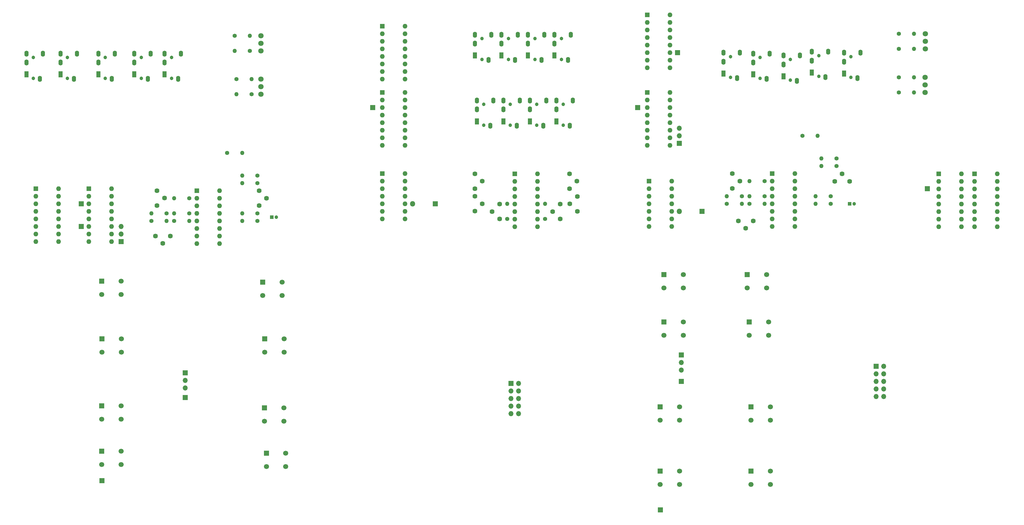
<source format=gbr>
%TF.GenerationSoftware,KiCad,Pcbnew,(6.0.5)*%
%TF.CreationDate,2023-04-26T04:57:18-04:00*%
%TF.ProjectId,as3340,61733333-3430-42e6-9b69-6361645f7063,rev?*%
%TF.SameCoordinates,Original*%
%TF.FileFunction,Soldermask,Bot*%
%TF.FilePolarity,Negative*%
%FSLAX46Y46*%
G04 Gerber Fmt 4.6, Leading zero omitted, Abs format (unit mm)*
G04 Created by KiCad (PCBNEW (6.0.5)) date 2023-04-26 04:57:18*
%MOMM*%
%LPD*%
G01*
G04 APERTURE LIST*
%ADD10C,1.400000*%
%ADD11O,1.400000X1.400000*%
%ADD12R,1.700000X1.700000*%
%ADD13R,1.800000X1.800000*%
%ADD14O,1.800000X1.800000*%
%ADD15C,1.200000*%
%ADD16O,1.400000X2.000000*%
%ADD17R,1.400000X2.000000*%
%ADD18C,1.620000*%
%ADD19C,1.700000*%
%ADD20R,1.200000X1.200000*%
%ADD21C,1.800000*%
%ADD22R,1.600000X1.600000*%
%ADD23O,1.600000X1.600000*%
%ADD24O,1.700000X1.700000*%
G04 APERTURE END LIST*
D10*
%TO.C,R106*%
X91440000Y-93980000D03*
D11*
X96520000Y-93980000D03*
%TD*%
D10*
%TO.C,R105*%
X284480000Y-88265000D03*
D11*
X289560000Y-88265000D03*
%TD*%
D12*
%TO.C,J30*%
X77395000Y-176185000D03*
%TD*%
D13*
%TO.C,D1*%
X250835000Y-113660000D03*
D14*
X243215000Y-113660000D03*
%TD*%
D15*
%TO.C,J3*%
X270277500Y-68915000D03*
D16*
X273477500Y-60615000D03*
D15*
X270277500Y-61915000D03*
D16*
X267977500Y-63615000D03*
X267977500Y-60615000D03*
X272477500Y-69115000D03*
D17*
X267977500Y-67615000D03*
%TD*%
D10*
%TO.C,R21*%
X94615000Y-69215000D03*
D11*
X99695000Y-69215000D03*
%TD*%
D18*
%TO.C,SineLevelTrim1*%
X206320000Y-101005000D03*
X208820000Y-103505000D03*
X206320000Y-106005000D03*
%TD*%
D12*
%TO.C,J31*%
X242570000Y-60325000D03*
%TD*%
%TO.C,SW3*%
X49380000Y-179015000D03*
D19*
X55880000Y-179015000D03*
X55880000Y-183515000D03*
X49380000Y-183515000D03*
%TD*%
D20*
%TO.C,C7*%
X106450000Y-115570000D03*
D15*
X107950000Y-115570000D03*
%TD*%
D10*
%TO.C,R47*%
X73660000Y-116840000D03*
D11*
X78740000Y-116840000D03*
%TD*%
D12*
%TO.C,J24*%
X140335000Y-78740000D03*
%TD*%
D15*
%TO.C,J12*%
X37867500Y-68915000D03*
X37867500Y-61915000D03*
D16*
X41067500Y-60615000D03*
X35567500Y-63615000D03*
X35567500Y-60615000D03*
X40067500Y-69115000D03*
D17*
X35567500Y-67615000D03*
%TD*%
D18*
%TO.C,RV10*%
X67945000Y-106680000D03*
X70445000Y-109180000D03*
X67945000Y-111680000D03*
%TD*%
D19*
%TO.C,SW6*%
X110565000Y-156500000D03*
D12*
X104065000Y-156500000D03*
D19*
X110565000Y-161000000D03*
X104065000Y-161000000D03*
%TD*%
D18*
%TO.C,SineShapeTrim1*%
X203200000Y-116205000D03*
X200700000Y-113705000D03*
X203200000Y-111205000D03*
%TD*%
D21*
%TO.C,RV3*%
X325755000Y-59055000D03*
X325755000Y-56515000D03*
X325755000Y-53975000D03*
%TD*%
%TO.C,RV5*%
X102780000Y-74280000D03*
X102780000Y-71740000D03*
X102780000Y-69200000D03*
%TD*%
D22*
%TO.C,U12*%
X143510000Y-51435000D03*
D23*
X143510000Y-53975000D03*
X143510000Y-56515000D03*
X143510000Y-59055000D03*
X143510000Y-61595000D03*
X143510000Y-64135000D03*
X143510000Y-66675000D03*
X143510000Y-69215000D03*
X151130000Y-69215000D03*
X151130000Y-66675000D03*
X151130000Y-64135000D03*
X151130000Y-61595000D03*
X151130000Y-59055000D03*
X151130000Y-56515000D03*
X151130000Y-53975000D03*
X151130000Y-51435000D03*
%TD*%
D12*
%TO.C,J26*%
X236855000Y-213995000D03*
%TD*%
D18*
%TO.C,SineBiasTrim1*%
X208970000Y-113625000D03*
X206470000Y-111125000D03*
X208970000Y-108625000D03*
%TD*%
D10*
%TO.C,R14*%
X316865000Y-53975000D03*
D11*
X321945000Y-53975000D03*
%TD*%
D10*
%TO.C,R19*%
X295910000Y-98425000D03*
D11*
X290830000Y-98425000D03*
%TD*%
D22*
%TO.C,U3*%
X233055000Y-103500000D03*
D23*
X233055000Y-106040000D03*
X233055000Y-108580000D03*
X233055000Y-111120000D03*
X233055000Y-113660000D03*
X233055000Y-116200000D03*
X233055000Y-118740000D03*
X240675000Y-118740000D03*
X240675000Y-116200000D03*
X240675000Y-113660000D03*
X240675000Y-111120000D03*
X240675000Y-108580000D03*
X240675000Y-106040000D03*
X240675000Y-103500000D03*
%TD*%
D12*
%TO.C,J23*%
X229235000Y-78740000D03*
%TD*%
D10*
%TO.C,R42*%
X266710000Y-111125000D03*
D11*
X271790000Y-111125000D03*
%TD*%
D10*
%TO.C,R16*%
X316865000Y-59055000D03*
D11*
X321945000Y-59055000D03*
%TD*%
D19*
%TO.C,SW10*%
X244550000Y-150785000D03*
D12*
X238050000Y-150785000D03*
D19*
X244550000Y-155285000D03*
X238050000Y-155285000D03*
%TD*%
D10*
%TO.C,R13*%
X271780000Y-108585000D03*
D11*
X266700000Y-108585000D03*
%TD*%
D10*
%TO.C,R29*%
X99060000Y-59690000D03*
D11*
X93980000Y-59690000D03*
%TD*%
D12*
%TO.C,J6*%
X42545000Y-111125000D03*
%TD*%
D16*
%TO.C,J13*%
X29637500Y-60615000D03*
D15*
X26437500Y-68915000D03*
X26437500Y-61915000D03*
D16*
X24137500Y-63615000D03*
X24137500Y-60615000D03*
X28637500Y-69115000D03*
D17*
X24137500Y-67615000D03*
%TD*%
D19*
%TO.C,SW13*%
X272490000Y-134910000D03*
D12*
X265990000Y-134910000D03*
D19*
X272490000Y-139410000D03*
X265990000Y-139410000D03*
%TD*%
%TO.C,SW14*%
X273125000Y-150785000D03*
D12*
X266625000Y-150785000D03*
D19*
X273125000Y-155285000D03*
X266625000Y-155285000D03*
%TD*%
D18*
%TO.C,RV7*%
X72390000Y-121920000D03*
X69890000Y-124420000D03*
X67390000Y-121920000D03*
%TD*%
D21*
%TO.C,RV4*%
X325665000Y-73645000D03*
X325665000Y-71105000D03*
X325665000Y-68565000D03*
%TD*%
D22*
%TO.C,U8*%
X45085000Y-106045000D03*
D23*
X45085000Y-108585000D03*
X45085000Y-111125000D03*
X45085000Y-113665000D03*
X45085000Y-116205000D03*
X45085000Y-118745000D03*
X45085000Y-121285000D03*
X45085000Y-123825000D03*
X52705000Y-123825000D03*
X52705000Y-121285000D03*
X52705000Y-118745000D03*
X52705000Y-116205000D03*
X52705000Y-113665000D03*
X52705000Y-111125000D03*
X52705000Y-108585000D03*
X52705000Y-106045000D03*
%TD*%
D15*
%TO.C,J4*%
X289962500Y-61280000D03*
D16*
X293162500Y-59980000D03*
D15*
X289962500Y-68280000D03*
D16*
X287662500Y-62980000D03*
X287662500Y-59980000D03*
X292162500Y-68480000D03*
D17*
X287662500Y-66980000D03*
%TD*%
D22*
%TO.C,U13*%
X232410000Y-47625000D03*
D23*
X232410000Y-50165000D03*
X232410000Y-52705000D03*
X232410000Y-55245000D03*
X232410000Y-57785000D03*
X232410000Y-60325000D03*
X232410000Y-62865000D03*
X232410000Y-65405000D03*
X240030000Y-65405000D03*
X240030000Y-62865000D03*
X240030000Y-60325000D03*
X240030000Y-57785000D03*
X240030000Y-55245000D03*
X240030000Y-52705000D03*
X240030000Y-50165000D03*
X240030000Y-47625000D03*
%TD*%
D10*
%TO.C,R2*%
X294005000Y-108585000D03*
D11*
X288925000Y-108585000D03*
%TD*%
D18*
%TO.C,RV2*%
X267970000Y-116840000D03*
X265470000Y-119340000D03*
X262970000Y-116840000D03*
%TD*%
D12*
%TO.C,J2*%
X326390000Y-106045000D03*
%TD*%
D21*
%TO.C,RV6*%
X102780000Y-59675000D03*
X102780000Y-57135000D03*
X102780000Y-54595000D03*
%TD*%
D15*
%TO.C,J14*%
X50567500Y-61915000D03*
D16*
X53767500Y-60615000D03*
D15*
X50567500Y-68915000D03*
D16*
X48267500Y-63615000D03*
X48267500Y-60615000D03*
X52767500Y-69115000D03*
D17*
X48267500Y-67615000D03*
%TD*%
D10*
%TO.C,R1*%
X294005000Y-111125000D03*
D11*
X288925000Y-111125000D03*
%TD*%
D10*
%TO.C,R4*%
X271790000Y-103505000D03*
D11*
X266710000Y-103505000D03*
%TD*%
D12*
%TO.C,SW11*%
X236780000Y-179360000D03*
D19*
X243280000Y-179360000D03*
X243280000Y-183860000D03*
X236780000Y-183860000D03*
%TD*%
D10*
%TO.C,R31*%
X101600000Y-104140000D03*
D11*
X96520000Y-104140000D03*
%TD*%
D22*
%TO.C,U6*%
X27305000Y-106045000D03*
D23*
X27305000Y-108585000D03*
X27305000Y-111125000D03*
X27305000Y-113665000D03*
X27305000Y-116205000D03*
X27305000Y-118745000D03*
X27305000Y-121285000D03*
X27305000Y-123825000D03*
X34925000Y-123825000D03*
X34925000Y-121285000D03*
X34925000Y-118745000D03*
X34925000Y-116205000D03*
X34925000Y-113665000D03*
X34925000Y-111125000D03*
X34925000Y-108585000D03*
X34925000Y-106045000D03*
%TD*%
D12*
%TO.C,J29*%
X77395000Y-167945000D03*
D24*
X77395000Y-170485000D03*
X77395000Y-173025000D03*
%TD*%
D10*
%TO.C,R49*%
X259080000Y-111125000D03*
D11*
X264160000Y-111125000D03*
%TD*%
D15*
%TO.C,J10*%
X195340000Y-84675000D03*
D16*
X198540000Y-76375000D03*
D15*
X195340000Y-77675000D03*
D16*
X193040000Y-79375000D03*
X193040000Y-76375000D03*
X197540000Y-84875000D03*
D17*
X193040000Y-83375000D03*
%TD*%
D15*
%TO.C,J20*%
X194712500Y-55565000D03*
X194712500Y-62565000D03*
D16*
X197912500Y-54265000D03*
X192412500Y-57265000D03*
X192412500Y-54265000D03*
X196912500Y-62765000D03*
D17*
X192412500Y-61265000D03*
%TD*%
D22*
%TO.C,U7*%
X330210000Y-100980000D03*
D23*
X330210000Y-103520000D03*
X330210000Y-106060000D03*
X330210000Y-108600000D03*
X330210000Y-111140000D03*
X330210000Y-113680000D03*
X330210000Y-116220000D03*
X330210000Y-118760000D03*
X337830000Y-118760000D03*
X337830000Y-116220000D03*
X337830000Y-113680000D03*
X337830000Y-111140000D03*
X337830000Y-108600000D03*
X337830000Y-106060000D03*
X337830000Y-103520000D03*
X337830000Y-100980000D03*
%TD*%
D19*
%TO.C,SW1*%
X55880000Y-137105000D03*
D12*
X49380000Y-137105000D03*
D19*
X49380000Y-141605000D03*
X55880000Y-141605000D03*
%TD*%
D22*
%TO.C,U1*%
X274330000Y-100965000D03*
D23*
X274330000Y-103505000D03*
X274330000Y-106045000D03*
X274330000Y-108585000D03*
X274330000Y-111125000D03*
X274330000Y-113665000D03*
X274330000Y-116205000D03*
X274330000Y-118745000D03*
X281950000Y-118745000D03*
X281950000Y-116205000D03*
X281950000Y-113665000D03*
X281950000Y-111125000D03*
X281950000Y-108585000D03*
X281950000Y-106045000D03*
X281950000Y-103505000D03*
X281950000Y-100965000D03*
%TD*%
D22*
%TO.C,U10*%
X232420000Y-73675000D03*
D23*
X232420000Y-76215000D03*
X232420000Y-78755000D03*
X232420000Y-81295000D03*
X232420000Y-83835000D03*
X232420000Y-86375000D03*
X232420000Y-88915000D03*
X232420000Y-91455000D03*
X240040000Y-91455000D03*
X240040000Y-88915000D03*
X240040000Y-86375000D03*
X240040000Y-83835000D03*
X240040000Y-81295000D03*
X240040000Y-78755000D03*
X240040000Y-76215000D03*
X240040000Y-73675000D03*
%TD*%
D20*
%TO.C,C1*%
X300355000Y-111125000D03*
D15*
X301855000Y-111125000D03*
%TD*%
%TO.C,J15*%
X72792500Y-68915000D03*
D16*
X75992500Y-60615000D03*
D15*
X72792500Y-61915000D03*
D16*
X70492500Y-63615000D03*
X70492500Y-60615000D03*
X74992500Y-69115000D03*
D17*
X70492500Y-67615000D03*
%TD*%
D12*
%TO.C,J27*%
X55880000Y-123810000D03*
D24*
X55880000Y-121270000D03*
X55880000Y-118730000D03*
%TD*%
D18*
%TO.C,RV1*%
X260985000Y-100965000D03*
X263485000Y-103465000D03*
X260985000Y-105965000D03*
%TD*%
D15*
%TO.C,J7*%
X260325000Y-61625000D03*
D16*
X263525000Y-60325000D03*
D15*
X260325000Y-68625000D03*
D16*
X258025000Y-63325000D03*
X258025000Y-60325000D03*
X262525000Y-68825000D03*
D17*
X258025000Y-67325000D03*
%TD*%
D18*
%TO.C,SineLevelTrim2*%
X174570000Y-101005000D03*
X177070000Y-103505000D03*
X174570000Y-106005000D03*
%TD*%
D16*
%TO.C,J1*%
X303950000Y-60310000D03*
D15*
X300750000Y-68610000D03*
X300750000Y-61610000D03*
D16*
X298450000Y-63310000D03*
X298450000Y-60310000D03*
X302950000Y-68810000D03*
D17*
X298450000Y-67310000D03*
%TD*%
D12*
%TO.C,J32*%
X243205000Y-90790000D03*
D24*
X243205000Y-88250000D03*
X243205000Y-85710000D03*
%TD*%
D12*
%TO.C,SW8*%
X104625000Y-194890000D03*
D19*
X111125000Y-194890000D03*
X111125000Y-199390000D03*
X104625000Y-199390000D03*
%TD*%
D12*
%TO.C,J22*%
X186690000Y-171450000D03*
D24*
X189230000Y-171450000D03*
X186690000Y-173990000D03*
X189230000Y-173990000D03*
X186690000Y-176530000D03*
X189230000Y-176530000D03*
X186690000Y-179070000D03*
X189230000Y-179070000D03*
X186690000Y-181610000D03*
X189230000Y-181610000D03*
%TD*%
D19*
%TO.C,SW12*%
X243280000Y-200950000D03*
D12*
X236780000Y-200950000D03*
D19*
X236780000Y-205450000D03*
X243280000Y-205450000D03*
%TD*%
D10*
%TO.C,R60*%
X71120000Y-114300000D03*
D11*
X66040000Y-114300000D03*
%TD*%
D12*
%TO.C,SW7*%
X103990000Y-179650000D03*
D19*
X110490000Y-179650000D03*
X103990000Y-184150000D03*
X110490000Y-184150000D03*
%TD*%
D10*
%TO.C,R25*%
X99695000Y-74295000D03*
D11*
X94615000Y-74295000D03*
%TD*%
D10*
%TO.C,R46*%
X78740000Y-109220000D03*
D11*
X73660000Y-109220000D03*
%TD*%
D22*
%TO.C,U2*%
X81290000Y-106695000D03*
D23*
X81290000Y-109235000D03*
X81290000Y-111775000D03*
X81290000Y-114315000D03*
X81290000Y-116855000D03*
X81290000Y-119395000D03*
X81290000Y-121935000D03*
X81290000Y-124475000D03*
X88910000Y-124475000D03*
X88910000Y-121935000D03*
X88910000Y-119395000D03*
X88910000Y-116855000D03*
X88910000Y-114315000D03*
X88910000Y-111775000D03*
X88910000Y-109235000D03*
X88910000Y-106695000D03*
%TD*%
D15*
%TO.C,J9*%
X186450000Y-84675000D03*
D16*
X189650000Y-76375000D03*
D15*
X186450000Y-77675000D03*
D16*
X184150000Y-79375000D03*
X184150000Y-76375000D03*
X188650000Y-84875000D03*
D17*
X184150000Y-83375000D03*
%TD*%
D10*
%TO.C,R30*%
X101600000Y-101600000D03*
D11*
X96520000Y-101600000D03*
%TD*%
D15*
%TO.C,J17*%
X204230000Y-84675000D03*
D16*
X207430000Y-76375000D03*
D15*
X204230000Y-77675000D03*
D16*
X201930000Y-79375000D03*
X201930000Y-76375000D03*
X206430000Y-84875000D03*
D17*
X201930000Y-83375000D03*
%TD*%
D10*
%TO.C,R26*%
X101600000Y-114300000D03*
D11*
X96520000Y-114300000D03*
%TD*%
D18*
%TO.C,RV8*%
X295315000Y-103560000D03*
X297815000Y-101060000D03*
X300315000Y-103560000D03*
%TD*%
D22*
%TO.C,U11*%
X143510000Y-73660000D03*
D23*
X143510000Y-76200000D03*
X143510000Y-78740000D03*
X143510000Y-81280000D03*
X143510000Y-83820000D03*
X143510000Y-86360000D03*
X143510000Y-88900000D03*
X143510000Y-91440000D03*
X151130000Y-91440000D03*
X151130000Y-88900000D03*
X151130000Y-86360000D03*
X151130000Y-83820000D03*
X151130000Y-81280000D03*
X151130000Y-78740000D03*
X151130000Y-76200000D03*
X151130000Y-73660000D03*
%TD*%
D15*
%TO.C,J16*%
X62632500Y-61915000D03*
X62632500Y-68915000D03*
D16*
X65832500Y-60615000D03*
X60332500Y-63615000D03*
X60332500Y-60615000D03*
X64832500Y-69115000D03*
D17*
X60332500Y-67615000D03*
%TD*%
D15*
%TO.C,J19*%
X185822500Y-55565000D03*
D16*
X189022500Y-54265000D03*
D15*
X185822500Y-62565000D03*
D16*
X183522500Y-57265000D03*
X183522500Y-54265000D03*
X188022500Y-62765000D03*
D17*
X183522500Y-61265000D03*
%TD*%
D12*
%TO.C,J33*%
X243840000Y-161925000D03*
D24*
X243840000Y-164465000D03*
X243840000Y-167005000D03*
%TD*%
D12*
%TO.C,SW9*%
X238050000Y-134910000D03*
D19*
X244550000Y-134910000D03*
X238050000Y-139410000D03*
X244550000Y-139410000D03*
%TD*%
%TO.C,SW15*%
X273760000Y-179360000D03*
D12*
X267260000Y-179360000D03*
D19*
X267260000Y-183860000D03*
X273760000Y-183860000D03*
%TD*%
D10*
%TO.C,R44*%
X185420000Y-116205000D03*
D11*
X185420000Y-111125000D03*
%TD*%
D12*
%TO.C,J25*%
X49455000Y-204125000D03*
%TD*%
D19*
%TO.C,SW5*%
X109930000Y-137450000D03*
D12*
X103430000Y-137450000D03*
D19*
X103430000Y-141950000D03*
X109930000Y-141950000D03*
%TD*%
D10*
%TO.C,R18*%
X295910000Y-95885000D03*
D11*
X290830000Y-95885000D03*
%TD*%
D22*
%TO.C,U5*%
X342275000Y-100980000D03*
D23*
X342275000Y-103520000D03*
X342275000Y-106060000D03*
X342275000Y-108600000D03*
X342275000Y-111140000D03*
X342275000Y-113680000D03*
X342275000Y-116220000D03*
X342275000Y-118760000D03*
X349895000Y-118760000D03*
X349895000Y-116220000D03*
X349895000Y-113680000D03*
X349895000Y-111140000D03*
X349895000Y-108600000D03*
X349895000Y-106060000D03*
X349895000Y-103520000D03*
X349895000Y-100980000D03*
%TD*%
D12*
%TO.C,SW4*%
X49380000Y-194255000D03*
D19*
X55880000Y-194255000D03*
X49380000Y-198755000D03*
X55880000Y-198755000D03*
%TD*%
%TO.C,SW16*%
X273760000Y-200950000D03*
D12*
X267260000Y-200950000D03*
D19*
X267260000Y-205450000D03*
X273760000Y-205450000D03*
%TD*%
%TO.C,SW2*%
X55955000Y-156500000D03*
D12*
X49455000Y-156500000D03*
D19*
X49455000Y-161000000D03*
X55955000Y-161000000D03*
%TD*%
D10*
%TO.C,R58*%
X78740000Y-114300000D03*
D11*
X73660000Y-114300000D03*
%TD*%
D15*
%TO.C,J8*%
X177560000Y-84675000D03*
X177560000Y-77675000D03*
D16*
X180760000Y-76375000D03*
X175260000Y-79375000D03*
X175260000Y-76375000D03*
X179760000Y-84875000D03*
D17*
X175260000Y-83375000D03*
%TD*%
D13*
%TO.C,D2*%
X161290000Y-111125000D03*
D14*
X153670000Y-111125000D03*
%TD*%
D10*
%TO.C,R41*%
X198120000Y-116205000D03*
D11*
X198120000Y-111125000D03*
%TD*%
D12*
%TO.C,J28*%
X42545000Y-118745000D03*
%TD*%
D10*
%TO.C,R27*%
X101600000Y-116840000D03*
D11*
X96520000Y-116840000D03*
%TD*%
D10*
%TO.C,R59*%
X264160000Y-108585000D03*
D11*
X259080000Y-108585000D03*
%TD*%
D18*
%TO.C,SineShapeTrim2*%
X182880000Y-116205000D03*
X180380000Y-113705000D03*
X182880000Y-111205000D03*
%TD*%
%TO.C,SineBiasTrim2*%
X174570000Y-108585000D03*
X177070000Y-111085000D03*
X174570000Y-113585000D03*
%TD*%
D10*
%TO.C,R17*%
X316865000Y-73660000D03*
D11*
X321945000Y-73660000D03*
%TD*%
D16*
%TO.C,J21*%
X206802500Y-54265000D03*
D15*
X203602500Y-55565000D03*
X203602500Y-62565000D03*
D16*
X201302500Y-57265000D03*
X201302500Y-54265000D03*
X205802500Y-62765000D03*
D17*
X201302500Y-61265000D03*
%TD*%
D16*
%TO.C,J18*%
X180132500Y-54265000D03*
D15*
X176932500Y-55565000D03*
X176932500Y-62565000D03*
D16*
X174632500Y-57265000D03*
X174632500Y-54265000D03*
X179132500Y-62765000D03*
D17*
X174632500Y-61265000D03*
%TD*%
D10*
%TO.C,R24*%
X93980000Y-54610000D03*
D11*
X99060000Y-54610000D03*
%TD*%
D18*
%TO.C,RV9*%
X102180000Y-106720000D03*
X104680000Y-109220000D03*
X102180000Y-111720000D03*
%TD*%
D10*
%TO.C,R15*%
X316865000Y-68580000D03*
D11*
X321945000Y-68580000D03*
%TD*%
D22*
%TO.C,U4*%
X143520000Y-100960000D03*
D23*
X143520000Y-103500000D03*
X143520000Y-106040000D03*
X143520000Y-108580000D03*
X143520000Y-111120000D03*
X143520000Y-113660000D03*
X143520000Y-116200000D03*
X151140000Y-116200000D03*
X151140000Y-113660000D03*
X151140000Y-111120000D03*
X151140000Y-108580000D03*
X151140000Y-106040000D03*
X151140000Y-103500000D03*
X151140000Y-100960000D03*
%TD*%
D12*
%TO.C,J11*%
X309245000Y-165735000D03*
D24*
X311785000Y-165735000D03*
X309245000Y-168275000D03*
X311785000Y-168275000D03*
X309245000Y-170815000D03*
X311785000Y-170815000D03*
X309245000Y-173355000D03*
X311785000Y-173355000D03*
X309245000Y-175895000D03*
X311785000Y-175895000D03*
%TD*%
D22*
%TO.C,U0*%
X187970000Y-100980000D03*
D23*
X187970000Y-103520000D03*
X187970000Y-106060000D03*
X187970000Y-108600000D03*
X187970000Y-111140000D03*
X187970000Y-113680000D03*
X187970000Y-116220000D03*
X187970000Y-118760000D03*
X195590000Y-118760000D03*
X195590000Y-116220000D03*
X195590000Y-113680000D03*
X195590000Y-111140000D03*
X195590000Y-108600000D03*
X195590000Y-106060000D03*
X195590000Y-103520000D03*
X195590000Y-100980000D03*
%TD*%
D10*
%TO.C,R50*%
X66040000Y-116840000D03*
D11*
X71120000Y-116840000D03*
%TD*%
D12*
%TO.C,J34*%
X243840000Y-170815000D03*
%TD*%
D15*
%TO.C,J5*%
X280437500Y-62550000D03*
X280437500Y-69550000D03*
D16*
X283637500Y-61250000D03*
X278137500Y-64250000D03*
X278137500Y-61250000D03*
X282637500Y-69750000D03*
D17*
X278137500Y-68250000D03*
%TD*%
M02*

</source>
